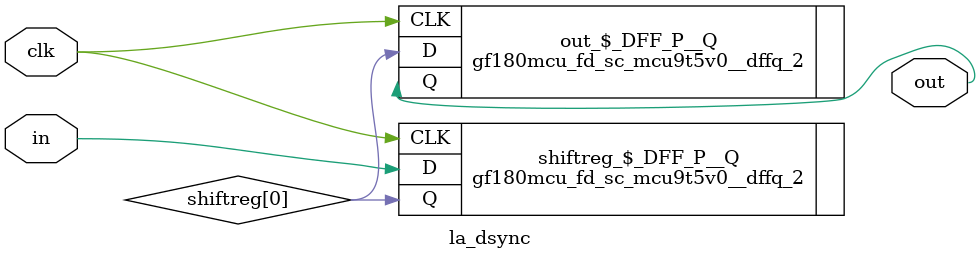
<source format=v>
/* Generated by Yosys 0.37 (git sha1 a5c7f69ed, clang 14.0.0-1ubuntu1.1 -fPIC -Os) */

module la_dsync(clk, in, out);
  input clk;
  wire clk;
  input in;
  wire in;
  output out;
  wire out;
  wire \shiftreg[0] ;
  gf180mcu_fd_sc_mcu9t5v0__dffq_2 \out_$_DFF_P__Q  (
    .CLK(clk),
    .D(\shiftreg[0] ),
    .Q(out)
  );
  gf180mcu_fd_sc_mcu9t5v0__dffq_2 \shiftreg_$_DFF_P__Q  (
    .CLK(clk),
    .D(in),
    .Q(\shiftreg[0] )
  );
endmodule

</source>
